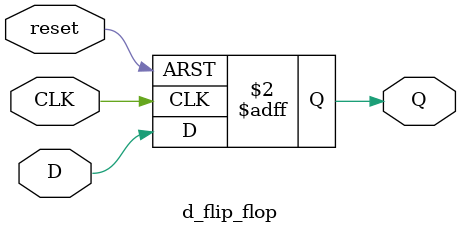
<source format=v>
module d_flip_flop(
    output reg Q,
    input D,
    input CLK,
    input reset
);
    // The always block defines a sequential circuit.
    // It is triggered by a positive edge of CLK or the reset signal.
    always @(posedge CLK or posedge reset) begin
        if (reset) begin
            // Asynchronous reset: Q is set to 0 immediately when reset is high.
            Q <= 1'b0;
        end else begin
            // On the positive edge of the clock, Q captures the value of D.
            Q <= D;
        end
    end
endmodule

</source>
